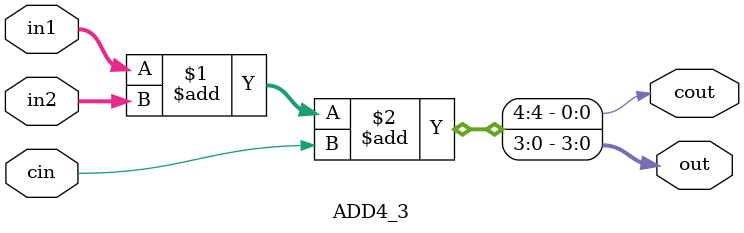
<source format=v>
module ADD4_3 #(parameter SIZE = 4)(input [SIZE-1:0] in1, in2, 
    input cin, output [SIZE-1:0] out, output cout);
assign {cout, out} = in1 + in2 + cin;
endmodule
</source>
